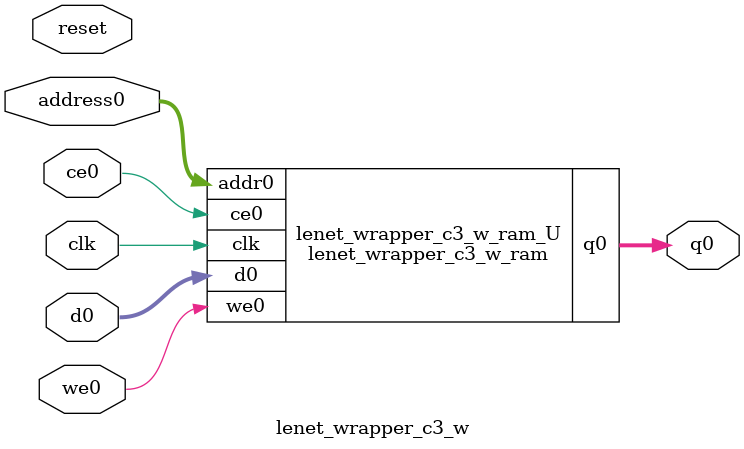
<source format=v>

`timescale 1 ns / 1 ps
module lenet_wrapper_c3_w_ram (addr0, ce0, d0, we0, q0,  clk);

parameter DWIDTH = 32;
parameter AWIDTH = 12;
parameter MEM_SIZE = 2400;

input[AWIDTH-1:0] addr0;
input ce0;
input[DWIDTH-1:0] d0;
input we0;
output reg[DWIDTH-1:0] q0;
input clk;

(* ram_style = "block" *)reg [DWIDTH-1:0] ram[0:MEM_SIZE-1];




always @(posedge clk)  
begin 
    if (ce0) 
    begin
        if (we0) 
        begin 
            ram[addr0] <= d0; 
            q0 <= d0;
        end 
        else 
            q0 <= ram[addr0];
    end
end


endmodule


`timescale 1 ns / 1 ps
module lenet_wrapper_c3_w(
    reset,
    clk,
    address0,
    ce0,
    we0,
    d0,
    q0);

parameter DataWidth = 32'd32;
parameter AddressRange = 32'd2400;
parameter AddressWidth = 32'd12;
input reset;
input clk;
input[AddressWidth - 1:0] address0;
input ce0;
input we0;
input[DataWidth - 1:0] d0;
output[DataWidth - 1:0] q0;



lenet_wrapper_c3_w_ram lenet_wrapper_c3_w_ram_U(
    .clk( clk ),
    .addr0( address0 ),
    .ce0( ce0 ),
    .d0( d0 ),
    .we0( we0 ),
    .q0( q0 ));

endmodule


</source>
